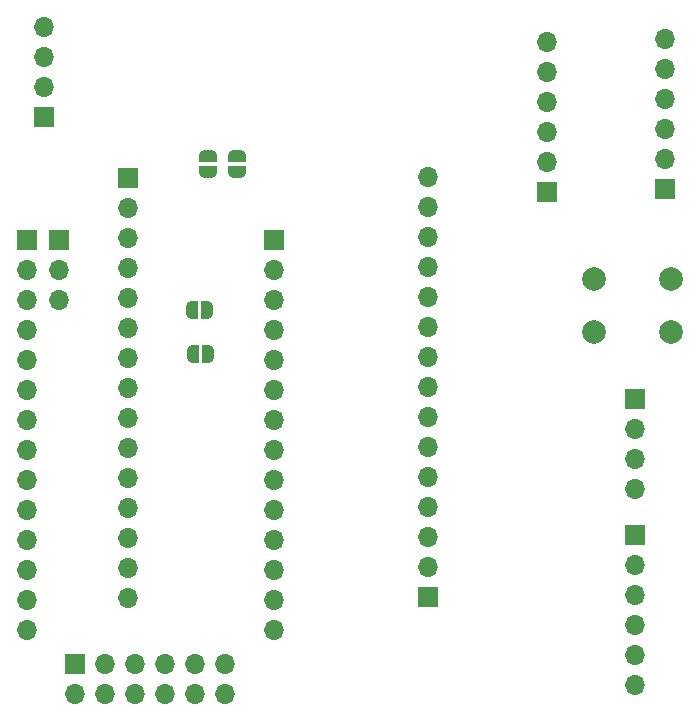
<source format=gbs>
G04 #@! TF.GenerationSoftware,KiCad,Pcbnew,(6.0.10)*
G04 #@! TF.CreationDate,2023-06-06T06:07:39+02:00*
G04 #@! TF.ProjectId,RECOLOCADOR_ESP32_DEV_KIT_V1_VERSIONFINAL,5245434f-4c4f-4434-9144-4f525f455350,FINAL*
G04 #@! TF.SameCoordinates,Original*
G04 #@! TF.FileFunction,Soldermask,Bot*
G04 #@! TF.FilePolarity,Negative*
%FSLAX46Y46*%
G04 Gerber Fmt 4.6, Leading zero omitted, Abs format (unit mm)*
G04 Created by KiCad (PCBNEW (6.0.10)) date 2023-06-06 06:07:39*
%MOMM*%
%LPD*%
G01*
G04 APERTURE LIST*
G04 Aperture macros list*
%AMFreePoly0*
4,1,22,0.500000,-0.750000,0.000000,-0.750000,0.000000,-0.745033,-0.079941,-0.743568,-0.215256,-0.701293,-0.333266,-0.622738,-0.424486,-0.514219,-0.481581,-0.384460,-0.499963,-0.243891,-0.482194,-0.129773,-0.499963,0.006109,-0.482194,0.120227,-0.499963,0.256109,-0.478152,0.396186,-0.417904,0.524511,-0.324060,0.630769,-0.204165,0.706417,-0.067858,0.745374,0.000000,0.744959,0.000000,0.750000,
0.500000,0.750000,0.500000,-0.750000,0.500000,-0.750000,$1*%
%AMFreePoly1*
4,1,20,0.000000,0.744959,0.073905,0.744508,0.209726,0.703889,0.328688,0.626782,0.421226,0.519385,0.479903,0.390333,0.500000,0.250000,0.500000,-0.250000,0.499851,-0.262216,0.476331,-0.402017,0.414519,-0.529596,0.319384,-0.634700,0.198574,-0.708877,0.061801,-0.746166,0.000000,-0.745033,0.000000,-0.750000,-0.500000,-0.750000,-0.500000,0.750000,0.000000,0.750000,0.000000,0.744959,
0.000000,0.744959,$1*%
%AMFreePoly2*
4,1,22,0.500000,-0.750000,0.000000,-0.750000,0.000000,-0.745033,-0.079941,-0.743568,-0.215256,-0.701293,-0.333266,-0.622738,-0.424486,-0.514219,-0.481581,-0.384460,-0.499164,-0.250000,-0.500000,-0.250000,-0.500000,0.250000,-0.499164,0.250000,-0.499963,0.256109,-0.478152,0.396186,-0.417904,0.524511,-0.324060,0.630769,-0.204165,0.706417,-0.067858,0.745374,0.000000,0.744959,0.000000,0.750000,
0.500000,0.750000,0.500000,-0.750000,0.500000,-0.750000,$1*%
G04 Aperture macros list end*
%ADD10R,1.700000X1.700000*%
%ADD11O,1.700000X1.700000*%
%ADD12C,2.000000*%
%ADD13FreePoly0,0.000000*%
%ADD14FreePoly1,0.000000*%
%ADD15FreePoly2,90.000000*%
%ADD16FreePoly1,90.000000*%
%ADD17FreePoly2,0.000000*%
G04 APERTURE END LIST*
D10*
X189000000Y-87160000D03*
D11*
X189000000Y-84620000D03*
X189000000Y-82080000D03*
X189000000Y-79540000D03*
X189000000Y-77000000D03*
X189000000Y-74460000D03*
D10*
X136430000Y-81030000D03*
D11*
X136430000Y-78490000D03*
X136430000Y-75950000D03*
X136430000Y-73410000D03*
D10*
X186500000Y-116380000D03*
D11*
X186500000Y-118920000D03*
X186500000Y-121460000D03*
X186500000Y-124000000D03*
X186500000Y-126540000D03*
X186500000Y-129080000D03*
D10*
X168950000Y-121700000D03*
D11*
X168950000Y-119160000D03*
X168950000Y-116620000D03*
X168950000Y-114080000D03*
X168950000Y-111540000D03*
X168950000Y-109000000D03*
X168950000Y-106460000D03*
X168950000Y-103920000D03*
X168950000Y-101380000D03*
X168950000Y-98840000D03*
X168950000Y-96300000D03*
X168950000Y-93760000D03*
X168950000Y-91220000D03*
X168950000Y-88680000D03*
X168950000Y-86140000D03*
D10*
X143525000Y-86210000D03*
D11*
X143525000Y-88750000D03*
X143525000Y-91290000D03*
X143525000Y-93830000D03*
X143525000Y-96370000D03*
X143525000Y-98910000D03*
X143525000Y-101450000D03*
X143525000Y-103990000D03*
X143525000Y-106530000D03*
X143525000Y-109070000D03*
X143525000Y-111610000D03*
X143525000Y-114150000D03*
X143525000Y-116690000D03*
X143525000Y-119230000D03*
X143525000Y-121770000D03*
D12*
X189500000Y-94750000D03*
X183000000Y-94750000D03*
X183000000Y-99250000D03*
X189500000Y-99250000D03*
D10*
X186500000Y-104880000D03*
D11*
X186500000Y-107420000D03*
X186500000Y-109960000D03*
X186500000Y-112500000D03*
D10*
X179000000Y-87350000D03*
D11*
X179000000Y-84810000D03*
X179000000Y-82270000D03*
X179000000Y-79730000D03*
X179000000Y-77190000D03*
X179000000Y-74650000D03*
D10*
X134960000Y-91475000D03*
D11*
X134960000Y-94015000D03*
X134960000Y-96555000D03*
X134960000Y-99095000D03*
X134960000Y-101635000D03*
X134960000Y-104175000D03*
X134960000Y-106715000D03*
X134960000Y-109255000D03*
X134960000Y-111795000D03*
X134960000Y-114335000D03*
X134960000Y-116875000D03*
X134960000Y-119415000D03*
X134960000Y-121955000D03*
X134960000Y-124495000D03*
D10*
X155915000Y-91475000D03*
D11*
X155915000Y-94015000D03*
X155915000Y-96555000D03*
X155915000Y-99095000D03*
X155915000Y-101635000D03*
X155915000Y-104175000D03*
X155915000Y-106715000D03*
X155915000Y-109255000D03*
X155915000Y-111795000D03*
X155915000Y-114335000D03*
X155915000Y-116875000D03*
X155915000Y-119415000D03*
X155915000Y-121955000D03*
X155915000Y-124495000D03*
D13*
X149000000Y-101099999D03*
D14*
X150300000Y-101099999D03*
D15*
X152800000Y-85650000D03*
D16*
X152800000Y-84350000D03*
D17*
X148950000Y-97400000D03*
D14*
X150250000Y-97400000D03*
D10*
X137720000Y-91480000D03*
D11*
X137720000Y-94020000D03*
X137720000Y-96560000D03*
D15*
X150300000Y-85650000D03*
D16*
X150300000Y-84350000D03*
D10*
X139050000Y-127325000D03*
D11*
X139050000Y-129865000D03*
X141590000Y-127325000D03*
X141590000Y-129865000D03*
X144130000Y-127325000D03*
X144130000Y-129865000D03*
X146670000Y-127325000D03*
X146670000Y-129865000D03*
X149210000Y-127325000D03*
X149210000Y-129865000D03*
X151750000Y-127325000D03*
X151750000Y-129865000D03*
M02*

</source>
